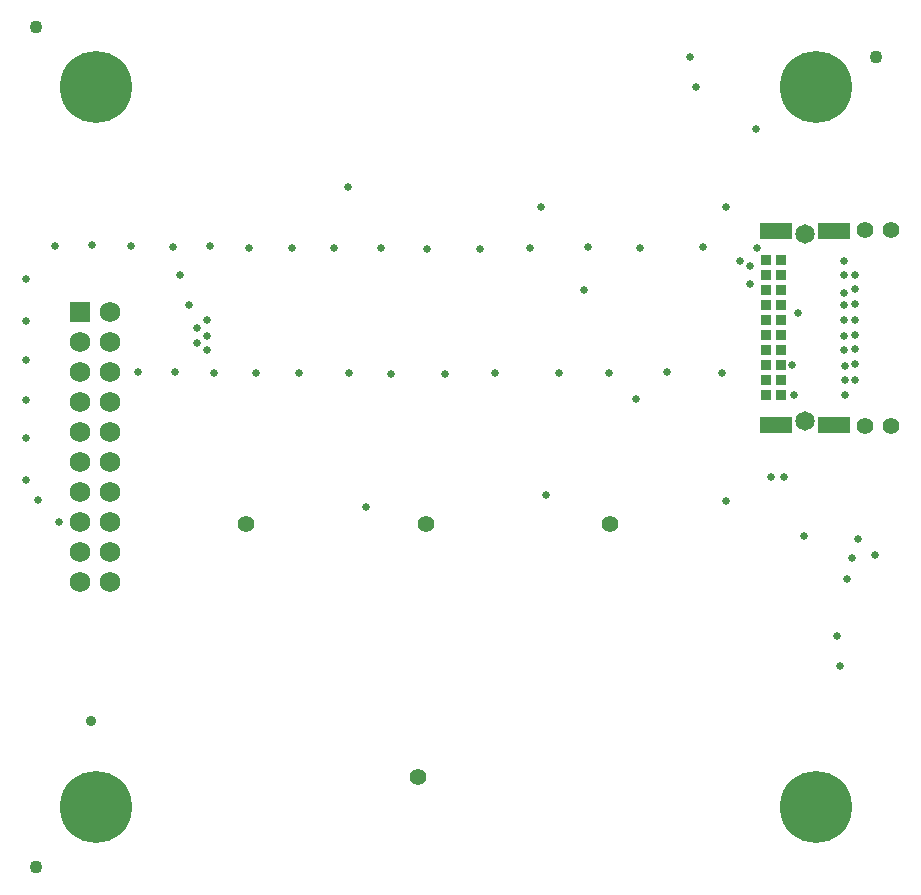
<source format=gbs>
G04*
G04 #@! TF.GenerationSoftware,Altium Limited,Altium Designer,24.1.2 (44)*
G04*
G04 Layer_Color=16711935*
%FSLAX44Y44*%
%MOMM*%
G71*
G04*
G04 #@! TF.SameCoordinates,4D670051-7F49-4B36-91F3-1F1B1C4DC3BF*
G04*
G04*
G04 #@! TF.FilePolarity,Negative*
G04*
G01*
G75*
%ADD56C,1.1000*%
%ADD57C,0.8874*%
%ADD58C,1.4224*%
%ADD59C,6.1000*%
%ADD60C,1.7400*%
%ADD61R,1.7400X1.7400*%
%ADD62C,1.6510*%
%ADD63C,0.6604*%
%ADD75R,0.9270X0.9270*%
%ADD76R,2.8270X1.3270*%
D56*
X-355600Y355600D02*
D03*
X355600Y330200D02*
D03*
X-355600Y-355600D02*
D03*
D57*
X-309000Y-232000D02*
D03*
D58*
X345562Y17942D02*
D03*
X368168D02*
D03*
X345562Y184058D02*
D03*
X368168D02*
D03*
X130000Y-65000D02*
D03*
X-25500D02*
D03*
X-178000D02*
D03*
X-32500Y-279000D02*
D03*
D59*
X304800Y-304800D02*
D03*
Y304800D02*
D03*
X-304800D02*
D03*
Y-304800D02*
D03*
D60*
X-293300Y-114300D02*
D03*
Y-88900D02*
D03*
Y-63500D02*
D03*
Y-38100D02*
D03*
Y-12700D02*
D03*
Y12700D02*
D03*
Y38100D02*
D03*
Y63500D02*
D03*
Y88900D02*
D03*
Y114300D02*
D03*
X-318700Y-114300D02*
D03*
Y-88900D02*
D03*
Y-63500D02*
D03*
Y-38100D02*
D03*
Y-12700D02*
D03*
Y12700D02*
D03*
Y38100D02*
D03*
Y63500D02*
D03*
Y88900D02*
D03*
D61*
Y114300D02*
D03*
D62*
X295000Y180250D02*
D03*
Y21750D02*
D03*
D63*
X289000Y114000D02*
D03*
X354500Y-91000D02*
D03*
X-219500Y101000D02*
D03*
Y88500D02*
D03*
X249000Y153000D02*
D03*
Y138000D02*
D03*
X240000Y158000D02*
D03*
X328500Y130500D02*
D03*
Y158000D02*
D03*
X284500Y69500D02*
D03*
X285500Y44000D02*
D03*
X254500Y169000D02*
D03*
X-211000Y82000D02*
D03*
Y94500D02*
D03*
Y107500D02*
D03*
X331000Y-111500D02*
D03*
X-92000Y220500D02*
D03*
X-226000Y120000D02*
D03*
X329000Y44500D02*
D03*
Y56500D02*
D03*
Y69000D02*
D03*
X328500Y82000D02*
D03*
Y94500D02*
D03*
Y107500D02*
D03*
Y120000D02*
D03*
Y145500D02*
D03*
X322000Y-159500D02*
D03*
X72000Y203000D02*
D03*
X-364500Y-27500D02*
D03*
Y8000D02*
D03*
Y40000D02*
D03*
X-354000Y-44500D02*
D03*
X-336500Y-63500D02*
D03*
X-364500Y74000D02*
D03*
Y106500D02*
D03*
X-364000Y142000D02*
D03*
X-339500Y170500D02*
D03*
X-308500Y171000D02*
D03*
X-275500Y170000D02*
D03*
X87000Y62500D02*
D03*
X-269500Y63500D02*
D03*
X-238500Y64000D02*
D03*
X-205500Y63000D02*
D03*
X-169500D02*
D03*
X-133500D02*
D03*
X-91000Y62500D02*
D03*
X-55000Y62000D02*
D03*
X-10000D02*
D03*
X32500Y62500D02*
D03*
X129500Y63000D02*
D03*
X178500Y63500D02*
D03*
X224500Y63000D02*
D03*
X-234000Y146000D02*
D03*
X277000Y-25500D02*
D03*
X337500Y57000D02*
D03*
Y70000D02*
D03*
Y83000D02*
D03*
Y95000D02*
D03*
Y108000D02*
D03*
Y121000D02*
D03*
X337500Y133500D02*
D03*
X337500Y146000D02*
D03*
X208500Y169500D02*
D03*
X155500Y169000D02*
D03*
X111500Y169500D02*
D03*
X62500Y168500D02*
D03*
X20000Y168000D02*
D03*
X-25000D02*
D03*
X-64000Y168500D02*
D03*
X-103500Y169000D02*
D03*
X-139500D02*
D03*
X-175500D02*
D03*
X-208500Y170000D02*
D03*
X-239500Y169500D02*
D03*
X339826Y-78000D02*
D03*
X335000Y-94000D02*
D03*
X325144Y-185000D02*
D03*
X293940Y-75340D02*
D03*
X266500Y-25500D02*
D03*
X254000Y269240D02*
D03*
X198120Y330200D02*
D03*
X203200Y304800D02*
D03*
X-76200Y-50800D02*
D03*
X76200Y-40640D02*
D03*
X228600Y-45720D02*
D03*
X152400Y40640D02*
D03*
X228600Y203200D02*
D03*
X107950Y133350D02*
D03*
D75*
X275000Y158150D02*
D03*
X262300D02*
D03*
X275000Y145450D02*
D03*
X262300Y145450D02*
D03*
X275000Y132750D02*
D03*
X262300D02*
D03*
X275000Y120050D02*
D03*
X262300D02*
D03*
X275000Y107350D02*
D03*
X262300Y107350D02*
D03*
X275000Y94650D02*
D03*
X262300D02*
D03*
X275000Y81950D02*
D03*
X262300D02*
D03*
X275000Y69250D02*
D03*
X262300Y69250D02*
D03*
X275000Y56550D02*
D03*
X262300D02*
D03*
X275000Y43850D02*
D03*
X262300D02*
D03*
D76*
X319500Y183100D02*
D03*
X270500D02*
D03*
X319500Y18900D02*
D03*
X270500D02*
D03*
M02*

</source>
